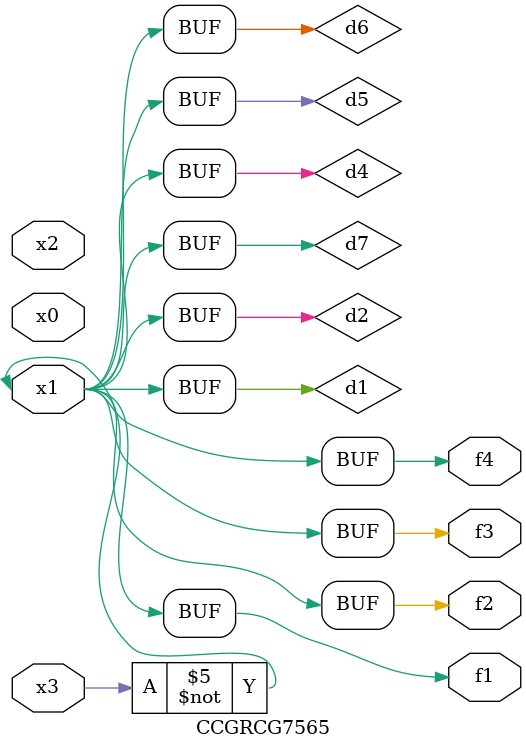
<source format=v>
module CCGRCG7565(
	input x0, x1, x2, x3,
	output f1, f2, f3, f4
);

	wire d1, d2, d3, d4, d5, d6, d7;

	not (d1, x3);
	buf (d2, x1);
	xnor (d3, d1, d2);
	nor (d4, d1);
	buf (d5, d1, d2);
	buf (d6, d4, d5);
	nand (d7, d4);
	assign f1 = d6;
	assign f2 = d7;
	assign f3 = d6;
	assign f4 = d6;
endmodule

</source>
